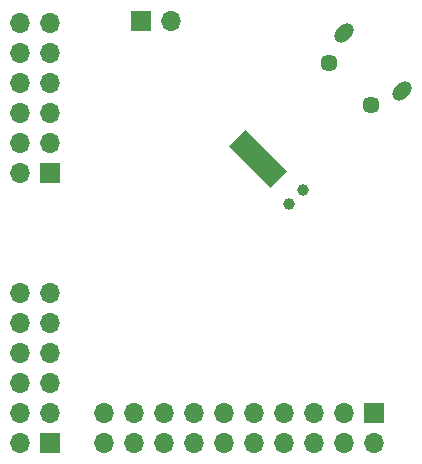
<source format=gbs>
G04 #@! TF.GenerationSoftware,KiCad,Pcbnew,(6.0.0-0)*
G04 #@! TF.CreationDate,2022-07-07T12:10:55+02:00*
G04 #@! TF.ProjectId,core-v-mini-mcu-spiboot-fpga,636f7265-2d76-42d6-9d69-6e692d6d6375,rev?*
G04 #@! TF.SameCoordinates,Original*
G04 #@! TF.FileFunction,Soldermask,Bot*
G04 #@! TF.FilePolarity,Negative*
%FSLAX46Y46*%
G04 Gerber Fmt 4.6, Leading zero omitted, Abs format (unit mm)*
G04 Created by KiCad (PCBNEW (6.0.0-0)) date 2022-07-07 12:10:55*
%MOMM*%
%LPD*%
G01*
G04 APERTURE LIST*
G04 Aperture macros list*
%AMHorizOval*
0 Thick line with rounded ends*
0 $1 width*
0 $2 $3 position (X,Y) of the first rounded end (center of the circle)*
0 $4 $5 position (X,Y) of the second rounded end (center of the circle)*
0 Add line between two ends*
20,1,$1,$2,$3,$4,$5,0*
0 Add two circle primitives to create the rounded ends*
1,1,$1,$2,$3*
1,1,$1,$4,$5*%
%AMRotRect*
0 Rectangle, with rotation*
0 The origin of the aperture is its center*
0 $1 length*
0 $2 width*
0 $3 Rotation angle, in degrees counterclockwise*
0 Add horizontal line*
21,1,$1,$2,0,0,$3*%
G04 Aperture macros list end*
%ADD10R,1.700000X1.700000*%
%ADD11O,1.700000X1.700000*%
%ADD12HorizOval,1.200000X-0.247487X-0.247487X0.247487X0.247487X0*%
%ADD13HorizOval,1.200000X0.247487X0.247487X-0.247487X-0.247487X0*%
%ADD14C,1.450000*%
%ADD15C,1.000000*%
%ADD16RotRect,2.000000X5.000000X45.000000*%
G04 APERTURE END LIST*
D10*
X108712000Y-106648000D03*
D11*
X108712000Y-109188000D03*
X106172000Y-106648000D03*
X106172000Y-109188000D03*
X103632000Y-106648000D03*
X103632000Y-109188000D03*
X101092000Y-106648000D03*
X101092000Y-109188000D03*
X98552000Y-106648000D03*
X98552000Y-109188000D03*
X96012000Y-106648000D03*
X96012000Y-109188000D03*
X93472000Y-106648000D03*
X93472000Y-109188000D03*
X90932000Y-106648000D03*
X90932000Y-109188000D03*
X88392000Y-106648000D03*
X88392000Y-109188000D03*
X85852000Y-106648000D03*
X85852000Y-109188000D03*
D10*
X88975000Y-73500000D03*
D11*
X91515000Y-73500000D03*
D10*
X81280000Y-109220000D03*
D11*
X78740000Y-109220000D03*
X81280000Y-106680000D03*
X78740000Y-106680000D03*
X81280000Y-104140000D03*
X78740000Y-104140000D03*
X81280000Y-101600000D03*
X78740000Y-101600000D03*
X81280000Y-99060000D03*
X78740000Y-99060000D03*
X81280000Y-96520000D03*
X78740000Y-96520000D03*
D12*
X111078217Y-79425514D03*
D13*
X106128470Y-74475767D03*
D14*
X108461922Y-80627596D03*
X104926388Y-77092062D03*
D10*
X81280000Y-86360000D03*
D11*
X78740000Y-86360000D03*
X81280000Y-83820000D03*
X78740000Y-83820000D03*
X81280000Y-81280000D03*
X78740000Y-81280000D03*
X81280000Y-78740000D03*
X78740000Y-78740000D03*
X81280000Y-76200000D03*
X78740000Y-76200000D03*
X81280000Y-73660000D03*
X78740000Y-73660000D03*
D15*
X101500000Y-89000000D03*
X102702082Y-87797918D03*
D16*
X98919060Y-85216979D03*
M02*

</source>
